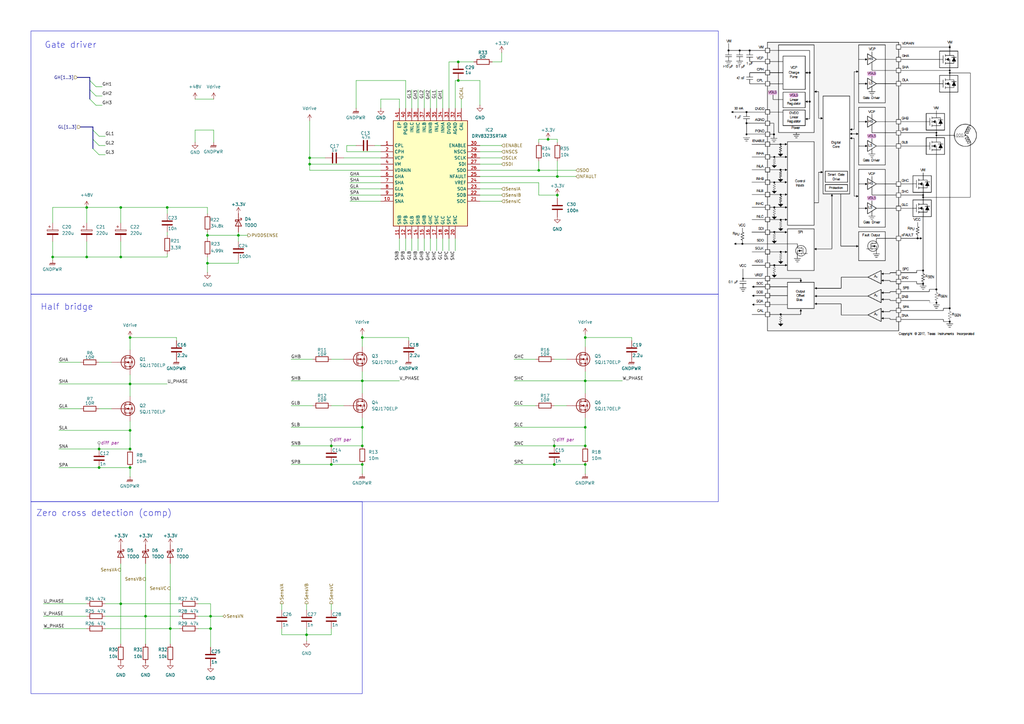
<source format=kicad_sch>
(kicad_sch (version 20250114) (generator "eeschema") (generator_version "9.0")
  (paper "A3")
  (lib_symbols
    (symbol "DRV8323SRTAR:DRV8323SRTAR"
      (property "Reference" "IC" (at 36.83 15.24 0))
      (property "Value" "DRV8323SRTAR" (at 36.83 12.7 0))
      (symbol "DRV8323SRTAR_1_1"
        (rectangle (start 5.08 10.16) (end 35.56 -33.02) (stroke (width 0.254)) (fill (type background)))
        (pin power_in line (at 0 0 0) (length 5.08) (name "CPL") (number "1"))
        (pin power_in line (at 0 -2.54 0) (length 5.08) (name "CPH") (number "2"))
        (pin power_in line (at 0 -5.08 0) (length 5.08) (name "VCP") (number "3"))
        (pin power_in line (at 0 -7.62 0) (length 5.08) (name "VM") (number "4"))
        (pin input line (at 0 -10.16 0) (length 5.08) (name "VDRAIN") (number "5"))
        (pin output line (at 0 -12.7 0) (length 5.08) (name "GHA") (number "6"))
        (pin input line (at 0 -15.24 0) (length 5.08) (name "SHA") (number "7"))
        (pin output line (at 0 -17.78 0) (length 5.08) (name "GLA") (number "8"))
        (pin input line (at 0 -20.32 0) (length 5.08) (name "SPA") (number "9"))
        (pin input line (at 0 -22.86 0) (length 5.08) (name "SNA") (number "10"))
        (pin power_in line (at 7.62 15.24 270) (length 5.08) (name "EP") (number "41"))
        (pin input line (at 7.62 -38.1 90) (length 5.08) (name "SNB") (number "11"))
        (pin power_in line (at 10.16 15.24 270) (length 5.08) (name "PGND") (number "40"))
        (pin input line (at 10.16 -38.1 90) (length 5.08) (name "SPB") (number "12"))
        (pin input line (at 12.7 15.24 270) (length 5.08) (name "INLC") (number "39"))
        (pin output line (at 12.7 -38.1 90) (length 5.08) (name "GLB") (number "13"))
        (pin input line (at 15.24 15.24 270) (length 5.08) (name "INHC") (number "38"))
        (pin input line (at 15.24 -38.1 90) (length 5.08) (name "SHB") (number "14"))
        (pin input line (at 17.78 15.24 270) (length 5.08) (name "INLB") (number "37"))
        (pin output line (at 17.78 -38.1 90) (length 5.08) (name "GHB") (number "15"))
        (pin input line (at 20.32 15.24 270) (length 5.08) (name "INHB") (number "36"))
        (pin output line (at 20.32 -38.1 90) (length 5.08) (name "GHC") (number "16"))
        (pin input line (at 22.86 15.24 270) (length 5.08) (name "INLA") (number "35"))
        (pin input line (at 22.86 -38.1 90) (length 5.08) (name "SHC") (number "17"))
        (pin input line (at 25.4 15.24 270) (length 5.08) (name "INHA") (number "34"))
        (pin output line (at 25.4 -38.1 90) (length 5.08) (name "GLC") (number "18"))
        (pin power_in line (at 27.94 15.24 270) (length 5.08) (name "DVDD") (number "33"))
        (pin input line (at 27.94 -38.1 90) (length 5.08) (name "SPC") (number "19"))
        (pin power_in line (at 30.48 15.24 270) (length 5.08) (name "AGND") (number "32"))
        (pin input line (at 30.48 -38.1 90) (length 5.08) (name "SNC") (number "20"))
        (pin input line (at 33.02 15.24 270) (length 5.08) (name "CAL") (number "31"))
        (pin input line (at 40.64 0 180) (length 5.08) (name "ENABLE") (number "30"))
        (pin input line (at 40.64 -2.54 180) (length 5.08) (name "NSCS") (number "29"))
        (pin input line (at 40.64 -5.08 180) (length 5.08) (name "SCLK") (number "28"))
        (pin input line (at 40.64 -7.62 180) (length 5.08) (name "SDI") (number "27"))
        (pin passive line (at 40.64 -10.16 180) (length 5.08) (name "SDO") (number "26"))
        (pin passive line (at 40.64 -12.7 180) (length 5.08) (name "NFAULT") (number "25"))
        (pin power_in line (at 40.64 -15.24 180) (length 5.08) (name "VREF") (number "24"))
        (pin output line (at 40.64 -17.78 180) (length 5.08) (name "SOA") (number "23"))
        (pin output line (at 40.64 -20.32 180) (length 5.08) (name "SOB") (number "22"))
        (pin output line (at 40.64 -22.86 180) (length 5.08) (name "SOC") (number "21"))
      )
    )
    (symbol "Device:C" (pin_numbers (hide yes)) (pin_names (offset 0.254))
      (property "Reference" "C" (at 0.635 2.54 0))
      (property "Value" "C" (at 0.635 -2.54 0))
      (symbol "C_0_1"
        (polyline (pts (xy -2.032 0.762) (xy 2.032 0.762)) (stroke (width 0.508)))
        (polyline (pts (xy -2.032 -0.762) (xy 2.032 -0.762)) (stroke (width 0.508)))
      )
      (symbol "C_1_1"
        (pin passive line (at 0 3.81 270) (length 2.794) (name "~") (number "1"))
        (pin passive line (at 0 -3.81 90) (length 2.794) (name "~") (number "2"))
      )
    )
    (symbol "Device:C_Polarized" (pin_numbers (hide yes)) (pin_names (offset 0.254))
      (property "Reference" "C" (at 0.635 2.54 0))
      (property "Value" "C_Polarized" (at 0.635 -2.54 0))
      (symbol "C_Polarized_0_1"
        (rectangle (start -2.286 0.508) (end 2.286 1.016))
        (polyline (pts (xy -1.778 2.286) (xy -0.762 2.286)))
        (polyline (pts (xy -1.27 2.794) (xy -1.27 1.778)))
        (rectangle (start 2.286 -0.508) (end -2.286 -1.016) (fill (type outline)))
      )
      (symbol "C_Polarized_1_1"
        (pin passive line (at 0 3.81 270) (length 2.794) (name "~") (number "1"))
        (pin passive line (at 0 -3.81 90) (length 2.794) (name "~") (number "2"))
      )
    )
    (symbol "Device:D_Schottky" (pin_numbers (hide yes)) (pin_names (offset 1.016) (hide yes))
      (property "Reference" "D" (at 0 2.54 0))
      (property "Value" "D_Schottky" (at 0 -2.54 0))
      (symbol "D_Schottky_0_1"
        (polyline (pts (xy -1.905 0.635) (xy -1.905 1.27) (xy -1.27 1.27) (xy -1.27 -1.27) (xy -0.635 -1.27) (xy -0.635 -0.635)) (stroke (width 0.254)))
        (polyline (pts (xy 1.27 1.27) (xy 1.27 -1.27) (xy -1.27 0) (xy 1.27 1.27)) (stroke (width 0.254)))
        (polyline (pts (xy 1.27 0) (xy -1.27 0)))
      )
      (symbol "D_Schottky_1_1"
        (pin passive line (at -3.81 0 0) (length 2.54) (name "K") (number "1"))
        (pin passive line (at 3.81 0 180) (length 2.54) (name "A") (number "2"))
      )
    )
    (symbol "Device:R" (pin_numbers (hide yes)) (pin_names (offset 0))
      (property "Reference" "R" (at 2.032 0 90))
      (property "Value" "R" (at 0 0 90))
      (symbol "R_0_1"
        (rectangle (start -1.016 -2.54) (end 1.016 2.54) (stroke (width 0.254)))
      )
      (symbol "R_1_1"
        (pin passive line (at 0 3.81 270) (length 1.27) (name "~") (number "1"))
        (pin passive line (at 0 -3.81 90) (length 1.27) (name "~") (number "2"))
      )
    )
    (symbol "SQJ170ELP-T1_GE3:SQJ170ELP-T1_GE3"
      (property "Reference" "Q" (at 11.43 1.524 0))
      (property "Value" "SQJ170ELP" (at 20.828 -0.254 0))
      (symbol "SQJ170ELP-T1_GE3_0_1"
        (polyline (pts (xy 5.334 1.905) (xy 5.334 -1.905)) (stroke (width 0.254)))
        (polyline (pts (xy 5.334 0) (xy 2.54 0)))
        (polyline (pts (xy 5.842 2.286) (xy 5.842 1.27)) (stroke (width 0.254)))
        (polyline (pts (xy 5.842 0.508) (xy 5.842 -0.508)) (stroke (width 0.254)))
        (polyline (pts (xy 5.842 -1.27) (xy 5.842 -2.286)) (stroke (width 0.254)))
        (polyline (pts (xy 5.842 -1.778) (xy 8.382 -1.778) (xy 8.382 1.778) (xy 5.842 1.778)))
        (polyline (pts (xy 6.096 0) (xy 7.112 0.381) (xy 7.112 -0.381) (xy 6.096 0)) (fill (type outline)))
        (circle (center 6.731 0) (radius 2.794) (stroke (width 0.254)))
        (polyline (pts (xy 7.62 2.54) (xy 7.62 1.778)))
        (circle (center 7.62 1.778) (radius 0.254) (fill (type outline)))
        (circle (center 7.62 -1.778) (radius 0.254) (fill (type outline)))
        (polyline (pts (xy 7.62 -2.54) (xy 7.62 0) (xy 5.842 0)))
        (polyline (pts (xy 8.001 0.381) (xy 8.763 0.381)))
        (polyline (pts (xy 8.382 0.381) (xy 8.001 -0.254) (xy 8.763 -0.254) (xy 8.382 0.381)))
      )
      (symbol "SQJ170ELP-T1_GE3_1_1"
        (pin input line (at 0 0 0) (length 2.54) (name "") (number "4"))
        (pin passive line (at 7.62 5.08 270) (length 2.54) (name "") (number "9"))
        (pin passive line (at 7.62 -5.08 90) (length 2.54) (name "") (number "1"))
      )
    )
    (symbol "power:+3.3V" (power) (pin_numbers (hide yes)) (pin_names (offset 0) (hide yes))
      (property "Value" "+3.3V" (at 0 3.556 0))
      (symbol "+3.3V_0_1"
        (polyline (pts (xy -0.762 1.27) (xy 0 2.54)))
        (polyline (pts (xy 0 2.54) (xy 0.762 1.27)))
        (polyline (pts (xy 0 0) (xy 0 2.54)))
      )
      (symbol "+3.3V_1_1"
        (pin power_in line (at 0 0 90) (length 0) (name "~") (number "1"))
      )
    )
    (symbol "power:+48V" (power) (pin_numbers (hide yes)) (pin_names (offset 0) (hide yes))
      (property "Value" "+48V" (at 0 3.556 0))
      (symbol "+48V_0_1"
        (polyline (pts (xy -0.762 1.27) (xy 0 2.54)))
        (polyline (pts (xy 0 2.54) (xy 0.762 1.27)))
        (polyline (pts (xy 0 0) (xy 0 2.54)))
      )
      (symbol "+48V_1_1"
        (pin power_in line (at 0 0 90) (length 0) (name "~") (number "1"))
      )
    )
    (symbol "power:GND" (power) (pin_numbers (hide yes)) (pin_names (offset 0) (hide yes))
      (property "Value" "GND" (at 0 -3.81 0))
      (symbol "GND_0_1"
        (polyline (pts (xy 0 0) (xy 0 -1.27) (xy 1.27 -1.27) (xy 0 -2.54) (xy -1.27 -1.27) (xy 0 -1.27)))
      )
      (symbol "GND_1_1"
        (pin power_in line (at 0 0 270) (length 0) (name "~") (number "1"))
      )
    )
    (symbol "power:GNDPWR" (power) (pin_numbers (hide yes)) (pin_names (offset 0) (hide yes))
      (property "Value" "GNDPWR" (at 0 -3.302 0))
      (symbol "GNDPWR_0_1"
        (polyline (pts (xy -1.016 -1.27) (xy -1.27 -2.032) (xy -1.27 -2.032)) (stroke (width 0.2032)))
        (polyline (pts (xy -0.508 -1.27) (xy -0.762 -2.032) (xy -0.762 -2.032)) (stroke (width 0.2032)))
        (polyline (pts (xy 0 -1.27) (xy 0 0)))
        (polyline (pts (xy 0 -1.27) (xy -0.254 -2.032) (xy -0.254 -2.032)) (stroke (width 0.2032)))
        (polyline (pts (xy 0.508 -1.27) (xy 0.254 -2.032) (xy 0.254 -2.032)) (stroke (width 0.2032)))
        (polyline (pts (xy 1.016 -1.27) (xy -1.016 -1.27) (xy -1.016 -1.27)) (stroke (width 0.2032)))
        (polyline (pts (xy 1.016 -1.27) (xy 0.762 -2.032) (xy 0.762 -2.032) (xy 0.762 -2.032)) (stroke (width 0.2032)))
      )
      (symbol "GNDPWR_1_1"
        (pin power_in line (at 0 0 270) (length 0) (name "~") (number "1"))
      )
    )
    (symbol "power:Vdrive" (power) (pin_numbers (hide yes)) (pin_names (offset 0) (hide yes))
      (property "Value" "Vdrive" (at 0 3.556 0))
      (symbol "Vdrive_0_1"
        (polyline (pts (xy -0.762 1.27) (xy 0 2.54)))
        (polyline (pts (xy 0 2.54) (xy 0.762 1.27)))
        (polyline (pts (xy 0 0) (xy 0 2.54)))
      )
      (symbol "Vdrive_1_1"
        (pin power_in line (at 0 0 90) (length 0) (name "~") (number "1"))
      )
    )
  )
  (rectangle (start 12.7 120.65) (end 294.64 205.74))
  (rectangle (start 12.7 12.7) (end 294.64 120.65))
  (rectangle (start 12.7 205.74) (end 148.59 284.48))
  (text "Gate driver" (at 28.956 18.542 0) (effects (font (size 2.54 2.54))))
  (text "Zero cross detection (comp)" (at 42.672 210.566 0) (effects (font (size 2.54 2.54))))
  (text "Half bridge" (at 27.432 125.984 0) (effects (font (size 2.54 2.54))))
  (junction (at 97.79 96.52))
  (junction (at 35.56 105.41))
  (junction (at 68.58 85.09))
  (junction (at 228.6 80.01))
  (junction (at 220.98 69.85))
  (junction (at 86.36 252.73))
  (junction (at 85.09 96.52))
  (junction (at 86.36 257.81))
  (junction (at 85.09 107.95))
  (junction (at 148.59 156.21))
  (junction (at 21.59 105.41))
  (junction (at 35.56 85.09))
  (junction (at 53.34 184.15))
  (junction (at 125.73 260.35))
  (junction (at 127 67.31))
  (junction (at 187.96 25.4))
  (junction (at 187.96 33.02))
  (junction (at 240.03 138.43))
  (junction (at 240.03 156.21))
  (junction (at 59.69 252.73))
  (junction (at 148.59 138.43))
  (junction (at 49.53 247.65))
  (junction (at 135.89 190.5))
  (junction (at 227.33 190.5))
  (junction (at 49.53 105.41))
  (junction (at 53.34 176.53))
  (junction (at 148.59 182.88))
  (junction (at 53.34 157.48))
  (junction (at 49.53 85.09))
  (junction (at 53.34 138.43))
  (junction (at 227.33 182.88))
  (junction (at 69.85 257.81))
  (junction (at 240.03 182.88))
  (junction (at 148.59 190.5))
  (junction (at 224.79 57.15))
  (junction (at 240.03 190.5))
  (junction (at 228.6 72.39))
  (junction (at 40.64 184.15))
  (junction (at 53.34 191.77))
  (junction (at 148.59 175.26))
  (junction (at 135.89 182.88))
  (junction (at 40.64 191.77))
  (junction (at 240.03 175.26))
  (junction (at 127 64.77))
  (bus_entry (at 38.1 60.96) (size 2.54 2.54))
  (bus_entry (at 38.1 53.34) (size 2.54 2.54))
  (bus_entry (at 36.83 36.83) (size 2.54 2.54))
  (bus_entry (at 38.1 57.15) (size 2.54 2.54))
  (bus_entry (at 36.83 40.64) (size 2.54 2.54))
  (bus_entry (at 36.83 33.02) (size 2.54 2.54))
  (wire (pts (xy 127 64.77) (xy 133.35 64.77)))
  (wire (pts (xy 21.59 99.06) (xy 21.59 105.41)))
  (wire (pts (xy 259.08 138.43) (xy 259.08 139.7)))
  (wire (pts (xy 205.74 21.59) (xy 205.74 25.4)))
  (wire (pts (xy 40.64 55.88) (xy 43.18 55.88)))
  (wire (pts (xy 240.03 138.43) (xy 240.03 142.24)))
  (wire (pts (xy 220.98 57.15) (xy 220.98 58.42)))
  (wire (pts (xy 43.18 252.73) (xy 59.69 252.73)))
  (wire (pts (xy 227.33 190.5) (xy 240.03 190.5)))
  (bus (pts (xy 38.1 57.15) (xy 38.1 60.96)))
  (wire (pts (xy 115.57 247.65) (xy 115.57 250.19)))
  (wire (pts (xy 24.13 148.59) (xy 33.02 148.59)))
  (wire (pts (xy 143.51 74.93) (xy 156.21 74.93)))
  (wire (pts (xy 40.64 59.69) (xy 43.18 59.69)))
  (wire (pts (xy 97.79 106.68) (xy 97.79 107.95)))
  (wire (pts (xy 156.21 40.64) (xy 163.83 40.64)))
  (wire (pts (xy 17.78 257.81) (xy 35.56 257.81)))
  (wire (pts (xy 53.34 191.77) (xy 53.34 195.58)))
  (wire (pts (xy 184.15 25.4) (xy 187.96 25.4)))
  (wire (pts (xy 39.37 43.18) (xy 41.91 43.18)))
  (wire (pts (xy 227.33 182.88) (xy 240.03 182.88)))
  (wire (pts (xy 171.45 36.83) (xy 171.45 44.45)))
  (wire (pts (xy 227.33 147.32) (xy 232.41 147.32)))
  (wire (pts (xy 69.85 231.14) (xy 69.85 257.81)))
  (wire (pts (xy 186.69 33.02) (xy 187.96 33.02)))
  (wire (pts (xy 127 69.85) (xy 127 67.31)))
  (wire (pts (xy 49.53 105.41) (xy 68.58 105.41)))
  (wire (pts (xy 210.82 182.88) (xy 227.33 182.88)))
  (wire (pts (xy 148.59 175.26) (xy 148.59 182.88)))
  (wire (pts (xy 69.85 257.81) (xy 69.85 264.16)))
  (wire (pts (xy 135.89 166.37) (xy 140.97 166.37)))
  (wire (pts (xy 21.59 91.44) (xy 21.59 85.09)))
  (wire (pts (xy 17.78 252.73) (xy 35.56 252.73)))
  (wire (pts (xy 97.79 96.52) (xy 97.79 99.06)))
  (wire (pts (xy 156.21 59.69) (xy 153.67 59.69)))
  (wire (pts (xy 186.69 97.79) (xy 186.69 102.87)))
  (wire (pts (xy 166.37 97.79) (xy 166.37 102.87)))
  (wire (pts (xy 53.34 153.67) (xy 53.34 157.48)))
  (wire (pts (xy 87.63 53.34) (xy 80.01 53.34)))
  (wire (pts (xy 49.53 247.65) (xy 49.53 264.16)))
  (wire (pts (xy 53.34 138.43) (xy 72.39 138.43)))
  (wire (pts (xy 85.09 87.63) (xy 85.09 85.09)))
  (wire (pts (xy 125.73 262.89) (xy 125.73 260.35)))
  (wire (pts (xy 24.13 157.48) (xy 53.34 157.48)))
  (wire (pts (xy 85.09 107.95) (xy 85.09 111.76)))
  (wire (pts (xy 24.13 176.53) (xy 53.34 176.53)))
  (wire (pts (xy 196.85 43.18) (xy 196.85 33.02)))
  (wire (pts (xy 196.85 72.39) (xy 228.6 72.39)))
  (wire (pts (xy 35.56 99.06) (xy 35.56 105.41)))
  (bus (pts (xy 38.1 52.07) (xy 38.1 53.34)))
  (wire (pts (xy 240.03 175.26) (xy 240.03 182.88)))
  (bus (pts (xy 36.83 31.75) (xy 36.83 33.02)))
  (wire (pts (xy 85.09 95.25) (xy 85.09 96.52)))
  (wire (pts (xy 148.59 137.16) (xy 148.59 138.43)))
  (wire (pts (xy 68.58 85.09) (xy 68.58 87.63)))
  (wire (pts (xy 210.82 190.5) (xy 227.33 190.5)))
  (wire (pts (xy 210.82 175.26) (xy 240.03 175.26)))
  (wire (pts (xy 125.73 247.65) (xy 125.73 250.19)))
  (bus (pts (xy 38.1 53.34) (xy 38.1 57.15)))
  (wire (pts (xy 142.24 59.69) (xy 142.24 62.23)))
  (wire (pts (xy 125.73 257.81) (xy 125.73 260.35)))
  (wire (pts (xy 143.51 80.01) (xy 156.21 80.01)))
  (wire (pts (xy 127 64.77) (xy 127 49.53)))
  (wire (pts (xy 187.96 25.4) (xy 194.31 25.4)))
  (wire (pts (xy 143.51 72.39) (xy 156.21 72.39)))
  (wire (pts (xy 146.05 33.02) (xy 166.37 33.02)))
  (wire (pts (xy 39.37 35.56) (xy 41.91 35.56)))
  (wire (pts (xy 125.73 260.35) (xy 115.57 260.35)))
  (wire (pts (xy 97.79 95.25) (xy 97.79 96.52)))
  (wire (pts (xy 240.03 156.21) (xy 240.03 161.29)))
  (wire (pts (xy 210.82 147.32) (xy 219.71 147.32)))
  (wire (pts (xy 53.34 157.48) (xy 53.34 162.56)))
  (wire (pts (xy 21.59 105.41) (xy 35.56 105.41)))
  (bus (pts (xy 36.83 36.83) (xy 36.83 40.64)))
  (wire (pts (xy 85.09 105.41) (xy 85.09 107.95)))
  (wire (pts (xy 220.98 74.93) (xy 220.98 80.01)))
  (wire (pts (xy 119.38 156.21) (xy 148.59 156.21)))
  (wire (pts (xy 49.53 247.65) (xy 73.66 247.65)))
  (bus (pts (xy 31.75 31.75) (xy 36.83 31.75)))
  (wire (pts (xy 135.89 257.81) (xy 135.89 260.35)))
  (wire (pts (xy 166.37 33.02) (xy 166.37 44.45)))
  (wire (pts (xy 167.64 138.43) (xy 167.64 139.7)))
  (wire (pts (xy 148.59 152.4) (xy 148.59 156.21)))
  (wire (pts (xy 135.89 260.35) (xy 125.73 260.35)))
  (wire (pts (xy 53.34 172.72) (xy 53.34 176.53)))
  (wire (pts (xy 35.56 105.41) (xy 49.53 105.41)))
  (wire (pts (xy 186.69 33.02) (xy 186.69 44.45)))
  (wire (pts (xy 87.63 58.42) (xy 87.63 53.34)))
  (wire (pts (xy 181.61 36.83) (xy 181.61 44.45)))
  (wire (pts (xy 49.53 91.44) (xy 49.53 85.09)))
  (wire (pts (xy 135.89 182.88) (xy 148.59 182.88)))
  (wire (pts (xy 127 67.31) (xy 127 64.77)))
  (wire (pts (xy 179.07 36.83) (xy 179.07 44.45)))
  (wire (pts (xy 39.37 39.37) (xy 41.91 39.37)))
  (wire (pts (xy 53.34 138.43) (xy 53.34 143.51)))
  (wire (pts (xy 59.69 252.73) (xy 73.66 252.73)))
  (wire (pts (xy 40.64 148.59) (xy 45.72 148.59)))
  (wire (pts (xy 43.18 257.81) (xy 69.85 257.81)))
  (wire (pts (xy 140.97 64.77) (xy 156.21 64.77)))
  (wire (pts (xy 35.56 85.09) (xy 49.53 85.09)))
  (wire (pts (xy 59.69 252.73) (xy 59.69 264.16)))
  (wire (pts (xy 220.98 69.85) (xy 236.22 69.85)))
  (wire (pts (xy 119.38 147.32) (xy 128.27 147.32)))
  (wire (pts (xy 176.53 36.83) (xy 176.53 44.45)))
  (wire (pts (xy 179.07 97.79) (xy 179.07 102.87)))
  (wire (pts (xy 40.64 184.15) (xy 53.34 184.15)))
  (wire (pts (xy 240.03 171.45) (xy 240.03 175.26)))
  (wire (pts (xy 205.74 25.4) (xy 201.93 25.4)))
  (wire (pts (xy 148.59 171.45) (xy 148.59 175.26)))
  (wire (pts (xy 228.6 57.15) (xy 228.6 58.42)))
  (wire (pts (xy 127 67.31) (xy 156.21 67.31)))
  (wire (pts (xy 101.6 96.52) (xy 97.79 96.52)))
  (wire (pts (xy 163.83 97.79) (xy 163.83 102.87)))
  (wire (pts (xy 228.6 66.04) (xy 228.6 72.39)))
  (wire (pts (xy 146.05 59.69) (xy 142.24 59.69)))
  (wire (pts (xy 181.61 97.79) (xy 181.61 102.87)))
  (wire (pts (xy 148.59 138.43) (xy 148.59 142.24)))
  (wire (pts (xy 156.21 44.45) (xy 156.21 40.64)))
  (wire (pts (xy 53.34 176.53) (xy 53.34 184.15)))
  (wire (pts (xy 163.83 40.64) (xy 163.83 44.45)))
  (wire (pts (xy 196.85 77.47) (xy 205.74 77.47)))
  (wire (pts (xy 24.13 184.15) (xy 40.64 184.15)))
  (wire (pts (xy 72.39 138.43) (xy 72.39 139.7)))
  (wire (pts (xy 135.89 247.65) (xy 135.89 250.19)))
  (wire (pts (xy 68.58 95.25) (xy 68.58 96.52)))
  (wire (pts (xy 69.85 257.81) (xy 73.66 257.81)))
  (wire (pts (xy 49.53 85.09) (xy 68.58 85.09)))
  (wire (pts (xy 142.24 62.23) (xy 156.21 62.23)))
  (wire (pts (xy 86.36 252.73) (xy 86.36 257.81)))
  (wire (pts (xy 184.15 97.79) (xy 184.15 102.87)))
  (wire (pts (xy 85.09 96.52) (xy 85.09 97.79)))
  (wire (pts (xy 91.44 252.73) (xy 86.36 252.73)))
  (wire (pts (xy 228.6 72.39) (xy 236.22 72.39)))
  (wire (pts (xy 81.28 252.73) (xy 86.36 252.73)))
  (wire (pts (xy 49.53 105.41) (xy 49.53 99.06)))
  (wire (pts (xy 21.59 85.09) (xy 35.56 85.09)))
  (wire (pts (xy 173.99 36.83) (xy 173.99 44.45)))
  (wire (pts (xy 148.59 190.5) (xy 148.59 194.31)))
  (wire (pts (xy 156.21 69.85) (xy 127 69.85)))
  (wire (pts (xy 240.03 156.21) (xy 255.27 156.21)))
  (wire (pts (xy 196.85 64.77) (xy 205.74 64.77)))
  (wire (pts (xy 119.38 190.5) (xy 135.89 190.5)))
  (wire (pts (xy 135.89 147.32) (xy 140.97 147.32)))
  (wire (pts (xy 24.13 191.77) (xy 40.64 191.77)))
  (wire (pts (xy 35.56 85.09) (xy 35.56 91.44)))
  (wire (pts (xy 85.09 96.52) (xy 97.79 96.52)))
  (wire (pts (xy 40.64 63.5) (xy 43.18 63.5)))
  (wire (pts (xy 24.13 167.64) (xy 33.02 167.64)))
  (wire (pts (xy 86.36 257.81) (xy 86.36 265.43)))
  (wire (pts (xy 40.64 167.64) (xy 45.72 167.64)))
  (wire (pts (xy 220.98 66.04) (xy 220.98 69.85)))
  (wire (pts (xy 227.33 166.37) (xy 232.41 166.37)))
  (wire (pts (xy 119.38 175.26) (xy 148.59 175.26)))
  (wire (pts (xy 143.51 77.47) (xy 156.21 77.47)))
  (wire (pts (xy 49.53 231.14) (xy 49.53 247.65)))
  (wire (pts (xy 168.91 97.79) (xy 168.91 102.87)))
  (wire (pts (xy 85.09 85.09) (xy 68.58 85.09)))
  (wire (pts (xy 228.6 80.01) (xy 228.6 81.28)))
  (wire (pts (xy 240.03 152.4) (xy 240.03 156.21)))
  (wire (pts (xy 168.91 36.83) (xy 168.91 44.45)))
  (wire (pts (xy 135.89 190.5) (xy 148.59 190.5)))
  (wire (pts (xy 115.57 260.35) (xy 115.57 257.81)))
  (wire (pts (xy 148.59 138.43) (xy 167.64 138.43)))
  (wire (pts (xy 196.85 67.31) (xy 205.74 67.31)))
  (wire (pts (xy 228.6 57.15) (xy 224.79 57.15)))
  (wire (pts (xy 205.74 82.55) (xy 196.85 82.55)))
  (wire (pts (xy 86.36 247.65) (xy 86.36 252.73)))
  (bus (pts (xy 36.83 33.02) (xy 36.83 36.83)))
  (wire (pts (xy 171.45 97.79) (xy 171.45 102.87)))
  (wire (pts (xy 240.03 138.43) (xy 259.08 138.43)))
  (wire (pts (xy 21.59 106.68) (xy 21.59 105.41)))
  (wire (pts (xy 81.28 247.65) (xy 86.36 247.65)))
  (wire (pts (xy 40.64 191.77) (xy 53.34 191.77)))
  (wire (pts (xy 196.85 59.69) (xy 205.74 59.69)))
  (wire (pts (xy 220.98 80.01) (xy 228.6 80.01)))
  (wire (pts (xy 85.09 107.95) (xy 97.79 107.95)))
  (wire (pts (xy 119.38 166.37) (xy 128.27 166.37)))
  (wire (pts (xy 173.99 97.79) (xy 173.99 102.87)))
  (wire (pts (xy 17.78 247.65) (xy 35.56 247.65)))
  (wire (pts (xy 184.15 44.45) (xy 184.15 25.4)))
  (wire (pts (xy 224.79 57.15) (xy 220.98 57.15)))
  (wire (pts (xy 119.38 182.88) (xy 135.89 182.88)))
  (wire (pts (xy 240.03 137.16) (xy 240.03 138.43)))
  (wire (pts (xy 176.53 97.79) (xy 176.53 102.87)))
  (wire (pts (xy 196.85 69.85) (xy 220.98 69.85)))
  (wire (pts (xy 68.58 104.14) (xy 68.58 105.41)))
  (wire (pts (xy 86.36 257.81) (xy 81.28 257.81)))
  (wire (pts (xy 240.03 190.5) (xy 240.03 194.31)))
  (wire (pts (xy 80.01 58.42) (xy 80.01 53.34)))
  (wire (pts (xy 196.85 80.01) (xy 205.74 80.01)))
  (wire (pts (xy 189.23 40.64) (xy 189.23 44.45)))
  (wire (pts (xy 187.96 33.02) (xy 196.85 33.02)))
  (wire (pts (xy 59.69 231.14) (xy 59.69 252.73)))
  (wire (pts (xy 210.82 166.37) (xy 219.71 166.37)))
  (wire (pts (xy 80.01 40.64) (xy 87.63 40.64)))
  (wire (pts (xy 148.59 156.21) (xy 148.59 161.29)))
  (wire (pts (xy 43.18 247.65) (xy 49.53 247.65)))
  (wire (pts (xy 148.59 156.21) (xy 163.83 156.21)))
  (wire (pts (xy 210.82 156.21) (xy 240.03 156.21)))
  (wire (pts (xy 196.85 62.23) (xy 205.74 62.23)))
  (wire (pts (xy 53.34 157.48) (xy 68.58 157.48)))
  (wire (pts (xy 196.85 74.93) (xy 220.98 74.93)))
  (bus (pts (xy 33.02 52.07) (xy 38.1 52.07)))
  (wire (pts (xy 146.05 44.45) (xy 146.05 33.02)))
  (wire (pts (xy 143.51 82.55) (xy 156.21 82.55)))
  (image (at 350.52 76.2) (scale 0.57387))
  (label "SHC" (at 179.07 102.87 270))
  (label "SPA" (at 143.51 80.01 0))
  (label "GLB" (at 119.38 166.37 0))
  (label "GH1" (at 181.61 36.83 270))
  (label "GL1" (at 179.07 36.83 270))
  (label "SNC" (at 210.82 182.88 0))
  (label "GLB" (at 168.91 102.87 270))
  (label "SPB" (at 119.38 190.5 0))
  (label "SLA" (at 24.13 176.53 0))
  (label "V_PHASE" (at 17.78 252.73 0))
  (label "U_PHASE" (at 68.58 157.48 0))
  (label "GL1" (at 43.18 55.88 0))
  (label "SHB" (at 119.38 156.21 0))
  (label "SNA" (at 24.13 184.15 0))
  (label "SHA" (at 143.51 74.93 0))
  (label "GHC" (at 210.82 147.32 0))
  (label "W_PHASE" (at 17.78 257.81 0))
  (label "SPC" (at 210.82 190.5 0))
  (label "GLC" (at 210.82 166.37 0))
  (label "SNC" (at 186.69 102.87 270))
  (label "GLA" (at 24.13 167.64 0))
  (label "SNA" (at 143.51 82.55 0))
  (label "GHA" (at 24.13 148.59 0))
  (label "SPA" (at 24.13 191.77 0))
  (label "W_PHASE" (at 255.27 156.21 0))
  (label "V_PHASE" (at 163.83 156.21 0))
  (label "SLB" (at 119.38 175.26 0))
  (label "GHB" (at 173.99 102.87 270))
  (label "GH3" (at 41.91 43.18 0))
  (label "GHB" (at 119.38 147.32 0))
  (label "GL2" (at 173.99 36.83 270))
  (label "SHB" (at 171.45 102.87 270))
  (label "GH1" (at 41.91 35.56 0))
  (label "GH2" (at 176.53 36.83 270))
  (label "GL3" (at 43.18 63.5 0))
  (label "U_PHASE" (at 17.78 247.65 0))
  (label "GLC" (at 181.61 102.87 270))
  (label "GH3" (at 171.45 36.83 270))
  (label "SNB" (at 163.83 102.87 270))
  (label "SLC" (at 210.82 175.26 0))
  (label "GLA" (at 143.51 77.47 0))
  (label "SPC" (at 184.15 102.87 270))
  (label "GL2" (at 43.18 59.69 0))
  (label "SHC" (at 210.82 156.21 0))
  (label "SNB" (at 119.38 182.88 0))
  (label "GL3" (at 168.91 36.83 270))
  (label "GHA" (at 143.51 72.39 0))
  (label "SHA" (at 24.13 157.48 0))
  (label "SPB" (at 166.37 102.87 270))
  (label "GH2" (at 41.91 39.37 0))
  (label "GHC" (at 176.53 102.87 270))
  (hierarchical_label "SensIA" (shape input) (at 205.74 77.47 0))
  (hierarchical_label "SensVB" (shape output) (at 59.69 237.49 180))
  (hierarchical_label "SCLK" (shape input) (at 205.74 64.77 0))
  (hierarchical_label "NFAULT" (shape input) (at 236.22 72.39 0))
  (hierarchical_label "SensVC" (shape output) (at 69.85 241.3 180))
  (hierarchical_label "SensVA" (shape output) (at 115.57 247.65 90))
  (hierarchical_label "GH[1..3]" (shape input) (at 31.75 31.75 180))
  (hierarchical_label "ENABLE" (shape input) (at 205.74 59.69 0))
  (hierarchical_label "GL[1..3]" (shape input) (at 33.02 52.07 180))
  (hierarchical_label "SensVC" (shape output) (at 135.89 247.65 90))
  (hierarchical_label "SensIC" (shape input) (at 205.74 82.55 0))
  (hierarchical_label "PVDDSENSE" (shape output) (at 101.6 96.52 0))
  (hierarchical_label "CAL" (shape input) (at 189.23 40.64 90))
  (hierarchical_label "SensVA" (shape output) (at 49.53 233.68 180))
  (hierarchical_label "SensIB" (shape input) (at 205.74 80.01 0))
  (hierarchical_label "NSCS" (shape input) (at 205.74 62.23 0))
  (hierarchical_label "SDO" (shape input) (at 236.22 69.85 0))
  (hierarchical_label "SensVN" (shape bidirectional) (at 91.44 252.73 0))
  (hierarchical_label "SDI" (shape input) (at 205.74 67.31 0))
  (hierarchical_label "SensVB" (shape output) (at 125.73 247.65 90))
  (netclass_flag "" (length 2.54) (shape round) (at 40.64 184.15 0) (property "Component Class" "diff par" (at 41.3385 181.61 0) (effects (font (italic yes)) (justify left))))
  (netclass_flag "" (length 2.54) (shape round) (at 227.33 182.88 0) (property "Component Class" "diff par" (at 228.0285 180.34 0) (effects (font (italic yes)) (justify left))))
  (netclass_flag "" (length 2.54) (shape round) (at 135.89 182.88 0) (property "Component Class" "diff par" (at 136.5885 180.34 0) (effects (font (italic yes)) (justify left))))
  (symbol (lib_id "power:+3.3V") (at 69.85 223.52 0) (unit 1)
    (property "Reference" "#PWR041" (effects (hide yes)))
    (property "Value" "+3.3V" (at 69.85 219.71 0))
    (property "Description" "Power symbol creates a global label with name \"+3.3V\"" (effects (hide yes)))
  )
  (symbol (lib_id "Device:R") (at 220.98 62.23 0) (unit 1)
    (property "Reference" "R34" (at 221.996 60.96 0) (effects (justify left)))
    (property "Value" "10k" (at 222.25 63.5 0) (effects (justify left)))
    (property "Description" "Resistor" (effects (hide yes)))
  )
  (symbol (lib_id "Device:C") (at 259.08 143.51 0) (unit 1)
    (property "Reference" "C19" (at 259.334 141.478 0) (effects (justify left)))
    (property "Value" "2.2u" (at 259.334 145.796 0) (effects (justify left)))
    (property "Description" "Unpolarized capacitor" (effects (hide yes)))
  )
  (symbol (lib_id "Device:C") (at 187.96 29.21 0) (unit 1)
    (property "Reference" "C29" (at 190.754 27.686 0) (effects (justify left)))
    (property "Value" "1u" (at 190.754 29.718 0) (effects (justify left)))
    (property "Description" "Unpolarized capacitor" (effects (hide yes)))
  )
  (symbol (lib_id "Device:R") (at 240.03 186.69 0) (unit 1)
    (property "Reference" "R18" (at 242.57 185.4199 0) (effects (justify left)))
    (property "Value" "10m" (at 242.57 187.9599 0) (effects (justify left)))
    (property "Description" "Resistor" (effects (hide yes)))
  )
  (symbol (lib_id "Device:R") (at 228.6 62.23 0) (unit 1)
    (property "Reference" "R35" (at 229.616 60.96 0) (effects (justify left)))
    (property "Value" "10k" (at 229.87 63.5 0) (effects (justify left)))
    (property "Description" "Resistor" (effects (hide yes)))
  )
  (symbol (lib_id "Device:C") (at 40.64 187.96 0) (unit 1)
    (property "Reference" "C12" (at 40.894 185.928 0) (effects (justify left)))
    (property "Value" "1n" (at 40.894 190.246 0) (effects (justify left)))
    (property "Description" "Unpolarized capacitor" (effects (hide yes)))
  )
  (symbol (lib_id "Device:C") (at 149.86 59.69 90) (unit 1)
    (property "Reference" "C13" (at 149.86 54.61 90))
    (property "Value" "47n" (at 150.114 56.388 90))
    (property "Description" "Unpolarized capacitor" (effects (hide yes)))
  )
  (symbol (lib_id "DRV8323SRTAR:DRV8323SRTAR") (at 156.21 59.69 0) (unit 1)
    (property "Reference" "IC2" (at 200.66 53.2698 0))
    (property "Value" "DRV8323SRTAR" (at 200.66 55.8098 0))
    (property "Footprint" "QFN50P600X600X80-41N-D" (effects (hide yes)))
    (property "Datasheet" "http://www.ti.com/lit/ds/symlink/drv8323.pdf" (effects (hide yes)))
    (property "Description" "Gate Drivers 60V Three-Phase Smart Gate Driver With Three Current Shunt Amplifiers 40-WQFN -40 to 125" (effects (hide yes)))
    (property "Height" "0.8" (effects (hide yes)))
    (property "Mouser Part Number" "595-DRV8323SRTAR" (effects (hide yes)))
    (property "Mouser Price/Stock" "https://www.mouser.co.uk/ProductDetail/Texas-Instruments/DRV8323SRTAR?qs=u4fy%2FsgLU9P2gpPTX6mffg%3D%3D" (effects (hide yes)))
    (property "Manufacturer_Name" "Texas Instruments" (effects (hide yes)))
    (property "Manufacturer_Part_Number" "DRV8323SRTAR" (effects (hide yes)))
  )
  (symbol (lib_id "Device:R") (at 77.47 247.65 90) (unit 1)
    (property "Reference" "R27" (at 74.93 245.618 90))
    (property "Value" "47k" (at 79.756 245.618 90))
    (property "Description" "Resistor" (effects (hide yes)))
  )
  (symbol (lib_id "Device:R") (at 69.85 267.97 180) (unit 1)
    (property "Reference" "R32" (at 66.802 266.446 0))
    (property "Value" "10k" (at 66.802 269.24 0))
    (property "Description" "Resistor" (effects (hide yes)))
  )
  (symbol (lib_id "power:GND") (at 85.09 111.76 0) (unit 1)
    (property "Reference" "#PWR034" (effects (hide yes)))
    (property "Value" "GND" (at 85.09 116.84 0))
    (property "Description" "Power symbol creates a global label with name \"GND\" , ground" (effects (hide yes)))
  )
  (symbol (lib_id "power:+3.3V") (at 224.79 57.15 0) (unit 1)
    (property "Reference" "#PWR046" (effects (hide yes)))
    (property "Value" "+3.3V" (at 224.79 53.34 0))
    (property "Description" "Power symbol creates a global label with name \"+3.3V\"" (effects (hide yes)))
  )
  (symbol (lib_id "power:Vdrive") (at 87.63 40.64 0) (unit 1)
    (property "Reference" "#PWR045" (effects (hide yes)))
    (property "Value" "Vdrive" (at 87.63 35.56 0))
    (property "Description" "Power symbol creates a global label with name \"Vdrive\"" (effects (hide yes)))
  )
  (symbol (lib_id "power:Vdrive") (at 127 49.53 0) (unit 1)
    (property "Reference" "#PWR020" (effects (hide yes)))
    (property "Value" "Vdrive" (at 127 44.45 0))
    (property "Description" "Power symbol creates a global label with name \"Vdrive\"" (effects (hide yes)))
  )
  (symbol (lib_id "power:GNDPWR") (at 240.03 194.31 0) (unit 1)
    (property "Reference" "#PWR027" (effects (hide yes)))
    (property "Value" "GNDPWR" (at 239.903 198.12 0))
    (property "Description" "Power symbol creates a global label with name \"GNDPWR\" , global ground" (effects (hide yes)))
  )
  (symbol (lib_id "Device:C_Polarized") (at 21.59 95.25 0) (unit 1)
    (property "Reference" "C20" (at 25.4 93.0909 0) (effects (justify left)))
    (property "Value" "220u" (at 25.4 95.6309 0) (effects (justify left)))
    (property "Description" "Polarized capacitor" (effects (hide yes)))
  )
  (symbol (lib_id "power:+3.3V") (at 97.79 87.63 0) (unit 1)
    (property "Reference" "#PWR035" (effects (hide yes)))
    (property "Value" "+3.3V" (at 97.79 83.82 0))
    (property "Description" "Power symbol creates a global label with name \"+3.3V\"" (effects (hide yes)))
  )
  (symbol (lib_id "power:GNDPWR") (at 87.63 58.42 0) (unit 1)
    (property "Reference" "#PWR018" (effects (hide yes)))
    (property "Value" "GNDPWR" (at 87.503 62.23 0))
    (property "Description" "Power symbol creates a global label with name \"GNDPWR\" , global ground" (effects (hide yes)))
  )
  (symbol (lib_id "power:GND") (at 125.73 262.89 0) (unit 1)
    (property "Reference" "#PWR043" (effects (hide yes)))
    (property "Value" "GND" (at 125.73 267.97 0))
    (property "Description" "Power symbol creates a global label with name \"GND\" , ground" (effects (hide yes)))
  )
  (symbol (lib_id "SQJ170ELP-T1_GE3:SQJ170ELP-T1_GE3") (at 232.41 166.37 0) (unit 1)
    (property "Reference" "Q6" (at 243.84 165.0999 0) (effects (justify left)))
    (property "Value" "SQJ170ELP" (at 243.84 167.6399 0) (effects (justify left)))
    (property "Footprint" "SQJ160EPT1_GE3" (effects (hide yes)))
    (property "Datasheet" "https://www.vishay.com/docs/63124/sqj170elp.pdf" (effects (hide yes)))
    (property "Description" "MOSFET N-CHANNEL 60-V (D-S) 175C MOSFET" (effects (hide yes)))
    (property "Height" "1.1" (effects (hide yes)))
    (property "Mouser Part Number" "78-SQJ170ELP-T1_GE3" (effects (hide yes)))
    (property "Mouser Price/Stock" "https://www.mouser.co.uk/ProductDetail/Vishay-Semiconductors/SQJ170ELP-T1_GE3?qs=MyNHzdoqoQKx0TNbtBmHoQ%3D%3D" (effects (hide yes)))
    (property "Manufacturer_Name" "Vishay" (effects (hide yes)))
    (property "Manufacturer_Part_Number" "SQJ170ELP-T1_GE3" (effects (hide yes)))
  )
  (symbol (lib_id "Device:C") (at 135.89 186.69 0) (unit 1)
    (property "Reference" "C14" (at 136.144 184.658 0) (effects (justify left)))
    (property "Value" "1n" (at 136.144 188.976 0) (effects (justify left)))
    (property "Description" "Unpolarized capacitor" (effects (hide yes)))
  )
  (symbol (lib_id "power:GND") (at 80.01 58.42 0) (unit 1)
    (property "Reference" "#PWR05" (effects (hide yes)))
    (property "Value" "GND" (at 80.01 62.484 0))
    (property "Description" "Power symbol creates a global label with name \"GND\" , ground" (effects (hide yes)))
  )
  (symbol (lib_id "Device:C") (at 125.73 254 0) (unit 1)
    (property "Reference" "C27" (at 125.984 251.968 0) (effects (justify left)))
    (property "Value" "1n" (at 125.984 256.286 0) (effects (justify left)))
    (property "Description" "Unpolarized capacitor" (effects (hide yes)))
  )
  (symbol (lib_id "Device:C") (at 86.36 269.24 0) (unit 1)
    (property "Reference" "C25" (at 86.614 267.208 0) (effects (justify left)))
    (property "Value" "1n" (at 86.614 271.526 0) (effects (justify left)))
    (property "Description" "Unpolarized capacitor" (effects (hide yes)))
  )
  (symbol (lib_id "Device:C") (at 68.58 91.44 0) (unit 1)
    (property "Reference" "C23" (at 68.834 89.408 0) (effects (justify left)))
    (property "Value" "10n" (at 68.834 93.726 0) (effects (justify left)))
    (property "Description" "Unpolarized capacitor" (effects (hide yes)))
  )
  (symbol (lib_id "Device:C") (at 167.64 143.51 0) (unit 1)
    (property "Reference" "C18" (at 167.894 141.478 0) (effects (justify left)))
    (property "Value" "2.2u" (at 167.894 145.796 0) (effects (justify left)))
    (property "Description" "Unpolarized capacitor" (effects (hide yes)))
  )
  (symbol (lib_id "Device:R") (at 68.58 100.33 0) (unit 1)
    (property "Reference" "R21" (at 69.85 98.806 0) (effects (justify left)))
    (property "Value" "3.3R" (at 69.85 101.6 0) (effects (justify left)))
    (property "Description" "Resistor" (effects (hide yes)))
  )
  (symbol (lib_id "power:GNDPWR") (at 53.34 195.58 0) (unit 1)
    (property "Reference" "#PWR017" (effects (hide yes)))
    (property "Value" "GNDPWR" (at 53.213 199.39 0))
    (property "Description" "Power symbol creates a global label with name \"GNDPWR\" , global ground" (effects (hide yes)))
  )
  (symbol (lib_id "power:Vdrive") (at 240.03 137.16 0) (unit 1)
    (property "Reference" "#PWR026" (effects (hide yes)))
    (property "Value" "Vdrive" (at 240.03 132.08 0))
    (property "Description" "Power symbol creates a global label with name \"Vdrive\"" (effects (hide yes)))
  )
  (symbol (lib_id "Device:C_Polarized") (at 49.53 95.25 0) (unit 1)
    (property "Reference" "C22" (at 53.34 93.0909 0) (effects (justify left)))
    (property "Value" "220u" (at 53.34 95.6309 0) (effects (justify left)))
    (property "Description" "Polarized capacitor" (effects (hide yes)))
  )
  (symbol (lib_id "Device:R") (at 77.47 252.73 90) (unit 1)
    (property "Reference" "R28" (at 74.93 250.698 90))
    (property "Value" "47k" (at 79.756 250.698 90))
    (property "Description" "Resistor" (effects (hide yes)))
  )
  (symbol (lib_id "Device:C_Polarized") (at 35.56 95.25 0) (unit 1)
    (property "Reference" "C21" (at 39.37 93.0909 0) (effects (justify left)))
    (property "Value" "220u" (at 39.37 95.6309 0) (effects (justify left)))
    (property "Description" "Polarized capacitor" (effects (hide yes)))
  )
  (symbol (lib_id "Device:R") (at 132.08 147.32 90) (unit 1)
    (property "Reference" "R11" (at 132.08 143.51 90))
    (property "Value" "10R" (at 132.08 145.288 90))
    (property "Description" "Resistor" (effects (hide yes)))
  )
  (symbol (lib_id "Device:R") (at 39.37 257.81 90) (unit 1)
    (property "Reference" "R26" (at 36.83 255.778 90))
    (property "Value" "47k" (at 41.656 255.778 90))
    (property "Description" "Resistor" (effects (hide yes)))
  )
  (symbol (lib_id "power:Vdrive") (at 148.59 137.16 0) (unit 1)
    (property "Reference" "#PWR022" (effects (hide yes)))
    (property "Value" "Vdrive" (at 148.59 132.08 0))
    (property "Description" "Power symbol creates a global label with name \"Vdrive\"" (effects (hide yes)))
  )
  (symbol (lib_id "power:GNDPWR") (at 21.59 106.68 0) (unit 1)
    (property "Reference" "#PWR033" (effects (hide yes)))
    (property "Value" "GNDPWR" (at 21.463 110.49 0))
    (property "Description" "Power symbol creates a global label with name \"GNDPWR\" , global ground" (effects (hide yes)))
  )
  (symbol (lib_id "Device:D_Schottky") (at 69.85 227.33 270) (unit 1)
    (property "Reference" "D7" (at 72.39 225.7424 90) (effects (justify left)))
    (property "Value" "TODO" (at 72.39 228.2824 90) (effects (justify left)))
    (property "Description" "Schottky diode" (effects (hide yes)))
  )
  (symbol (lib_id "Device:C") (at 72.39 143.51 0) (unit 1)
    (property "Reference" "C16" (at 72.644 141.478 0) (effects (justify left)))
    (property "Value" "2.2u" (at 72.644 145.796 0) (effects (justify left)))
    (property "Description" "Unpolarized capacitor" (effects (hide yes)))
  )
  (symbol (lib_id "SQJ170ELP-T1_GE3:SQJ170ELP-T1_GE3") (at 45.72 148.59 0) (unit 1)
    (property "Reference" "Q1" (at 57.15 147.3199 0) (effects (justify left)))
    (property "Value" "SQJ170ELP" (at 57.15 149.8599 0) (effects (justify left)))
    (property "Footprint" "SQJ160EPT1_GE3" (effects (hide yes)))
    (property "Datasheet" "https://www.vishay.com/docs/63124/sqj170elp.pdf" (effects (hide yes)))
    (property "Description" "MOSFET N-CHANNEL 60-V (D-S) 175C MOSFET" (effects (hide yes)))
    (property "Height" "1.1" (effects (hide yes)))
    (property "Mouser Part Number" "78-SQJ170ELP-T1_GE3" (effects (hide yes)))
    (property "Mouser Price/Stock" "https://www.mouser.co.uk/ProductDetail/Vishay-Semiconductors/SQJ170ELP-T1_GE3?qs=MyNHzdoqoQKx0TNbtBmHoQ%3D%3D" (effects (hide yes)))
    (property "Manufacturer_Name" "Vishay" (effects (hide yes)))
    (property "Manufacturer_Part_Number" "SQJ170ELP-T1_GE3" (effects (hide yes)))
  )
  (symbol (lib_id "power:+3.3V") (at 59.69 223.52 0) (unit 1)
    (property "Reference" "#PWR040" (effects (hide yes)))
    (property "Value" "+3.3V" (at 59.69 219.71 0))
    (property "Description" "Power symbol creates a global label with name \"+3.3V\"" (effects (hide yes)))
  )
  (symbol (lib_id "power:GNDPWR") (at 259.08 147.32 0) (unit 1)
    (property "Reference" "#PWR032" (effects (hide yes)))
    (property "Value" "GNDPWR" (at 258.953 151.13 0))
    (property "Description" "Power symbol creates a global label with name \"GNDPWR\" , global ground" (effects (hide yes)))
  )
  (symbol (lib_id "Device:R") (at 53.34 187.96 0) (unit 1)
    (property "Reference" "R8" (at 55.88 186.6899 0) (effects (justify left)))
    (property "Value" "10m" (at 55.88 189.2299 0) (effects (justify left)))
    (property "Description" "Resistor" (effects (hide yes)))
  )
  (symbol (lib_id "Device:R") (at 85.09 91.44 0) (unit 1)
    (property "Reference" "R22" (at 86.106 90.17 0) (effects (justify left)))
    (property "Value" "34.8k" (at 86.36 92.71 0) (effects (justify left)))
    (property "Description" "Resistor" (effects (hide yes)))
  )
  (symbol (lib_id "power:GND") (at 69.85 271.78 0) (unit 1)
    (property "Reference" "#PWR038" (effects (hide yes)))
    (property "Value" "GND" (at 69.85 276.86 0))
    (property "Description" "Power symbol creates a global label with name \"GND\" , ground" (effects (hide yes)))
  )
  (symbol (lib_id "Device:R") (at 39.37 247.65 90) (unit 1)
    (property "Reference" "R24" (at 36.83 245.618 90))
    (property "Value" "47k" (at 41.656 245.618 90))
    (property "Description" "Resistor" (effects (hide yes)))
  )
  (symbol (lib_id "SQJ170ELP-T1_GE3:SQJ170ELP-T1_GE3") (at 232.41 147.32 0) (unit 1)
    (property "Reference" "Q5" (at 243.84 146.0499 0) (effects (justify left)))
    (property "Value" "SQJ170ELP" (at 243.84 148.5899 0) (effects (justify left)))
    (property "Footprint" "SQJ160EPT1_GE3" (effects (hide yes)))
    (property "Datasheet" "https://www.vishay.com/docs/63124/sqj170elp.pdf" (effects (hide yes)))
    (property "Description" "MOSFET N-CHANNEL 60-V (D-S) 175C MOSFET" (effects (hide yes)))
    (property "Height" "1.1" (effects (hide yes)))
    (property "Mouser Part Number" "78-SQJ170ELP-T1_GE3" (effects (hide yes)))
    (property "Mouser Price/Stock" "https://www.mouser.co.uk/ProductDetail/Vishay-Semiconductors/SQJ170ELP-T1_GE3?qs=MyNHzdoqoQKx0TNbtBmHoQ%3D%3D" (effects (hide yes)))
    (property "Manufacturer_Name" "Vishay" (effects (hide yes)))
    (property "Manufacturer_Part_Number" "SQJ170ELP-T1_GE3" (effects (hide yes)))
  )
  (symbol (lib_id "power:+48V") (at 35.56 85.09 0) (unit 1)
    (property "Reference" "#PWR019" (effects (hide yes)))
    (property "Value" "+48V" (at 35.56 80.01 0))
    (property "Description" "Power symbol creates a global label with name \"+48V\"" (effects (hide yes)))
  )
  (symbol (lib_id "power:Vdrive") (at 53.34 138.43 0) (unit 1)
    (property "Reference" "#PWR021" (effects (hide yes)))
    (property "Value" "Vdrive" (at 53.34 133.35 0))
    (property "Description" "Power symbol creates a global label with name \"Vdrive\"" (effects (hide yes)))
  )
  (symbol (lib_id "Device:R") (at 36.83 167.64 90) (unit 1)
    (property "Reference" "R7" (at 36.83 163.576 90))
    (property "Value" "10R" (at 36.83 165.354 90))
    (property "Description" "Resistor" (effects (hide yes)))
  )
  (symbol (lib_id "Device:C") (at 227.33 186.69 0) (unit 1)
    (property "Reference" "C15" (at 227.584 184.658 0) (effects (justify left)))
    (property "Value" "1n" (at 227.584 188.976 0) (effects (justify left)))
    (property "Description" "Unpolarized capacitor" (effects (hide yes)))
  )
  (symbol (lib_id "power:GND") (at 49.53 271.78 0) (unit 1)
    (property "Reference" "#PWR036" (effects (hide yes)))
    (property "Value" "GND" (at 49.53 276.86 0))
    (property "Description" "Power symbol creates a global label with name \"GND\" , ground" (effects (hide yes)))
  )
  (symbol (lib_id "Device:R") (at 39.37 252.73 90) (unit 1)
    (property "Reference" "R25" (at 36.83 250.698 90))
    (property "Value" "47k" (at 41.656 250.698 90))
    (property "Description" "Resistor" (effects (hide yes)))
  )
  (symbol (lib_id "Device:R") (at 77.47 257.81 90) (unit 1)
    (property "Reference" "R29" (at 74.93 255.778 90))
    (property "Value" "47k" (at 79.756 255.778 90))
    (property "Description" "Resistor" (effects (hide yes)))
  )
  (symbol (lib_id "Device:D_Schottky") (at 97.79 91.44 270) (unit 1)
    (property "Reference" "D4" (at 100.33 89.8524 90) (effects (justify left)))
    (property "Value" "TODO" (at 100.33 92.3924 90) (effects (justify left)))
    (property "Description" "Schottky diode" (effects (hide yes)))
  )
  (symbol (lib_id "Device:R") (at 198.12 25.4 270) (unit 1)
    (property "Reference" "R33" (at 196.088 21.59 90) (effects (justify left)))
    (property "Value" "0R" (at 196.596 23.368 90) (effects (justify left)))
    (property "Description" "Resistor" (effects (hide yes)))
  )
  (symbol (lib_id "Device:R") (at 36.83 148.59 90) (unit 1)
    (property "Reference" "R6" (at 36.83 144.78 90))
    (property "Value" "10R" (at 36.83 146.558 90))
    (property "Description" "Resistor" (effects (hide yes)))
  )
  (symbol (lib_id "power:GNDPWR") (at 146.05 44.45 0) (unit 1)
    (property "Reference" "#PWR024" (effects (hide yes)))
    (property "Value" "GNDPWR" (at 145.923 48.26 0))
    (property "Description" "Power symbol creates a global label with name \"GNDPWR\" , global ground" (effects (hide yes)))
  )
  (symbol (lib_id "Device:R") (at 132.08 166.37 90) (unit 1)
    (property "Reference" "R12" (at 132.08 162.306 90))
    (property "Value" "10R" (at 132.08 164.084 90))
    (property "Description" "Resistor" (effects (hide yes)))
  )
  (symbol (lib_id "power:GND") (at 156.21 44.45 0) (unit 1)
    (property "Reference" "#PWR029" (effects (hide yes)))
    (property "Value" "GND" (at 156.21 48.26 0))
    (property "Description" "Power symbol creates a global label with name \"GND\" , ground" (effects (hide yes)))
  )
  (symbol (lib_id "Device:C") (at 115.57 254 0) (unit 1)
    (property "Reference" "C26" (at 115.824 251.968 0) (effects (justify left)))
    (property "Value" "1n" (at 115.824 256.286 0) (effects (justify left)))
    (property "Description" "Unpolarized capacitor" (effects (hide yes)))
  )
  (symbol (lib_id "Device:C") (at 135.89 254 0) (unit 1)
    (property "Reference" "C28" (at 136.144 251.968 0) (effects (justify left)))
    (property "Value" "1n" (at 136.144 256.286 0) (effects (justify left)))
    (property "Description" "Unpolarized capacitor" (effects (hide yes)))
  )
  (symbol (lib_id "Device:R") (at 148.59 186.69 0) (unit 1)
    (property "Reference" "R13" (at 151.13 185.4199 0) (effects (justify left)))
    (property "Value" "10m" (at 151.13 187.9599 0) (effects (justify left)))
    (property "Description" "Resistor" (effects (hide yes)))
  )
  (symbol (lib_id "Device:C") (at 97.79 102.87 0) (unit 1)
    (property "Reference" "C24" (at 97.79 100.838 0) (effects (justify left)))
    (property "Value" "100n" (at 98.044 105.156 0) (effects (justify left)))
    (property "Description" "Unpolarized capacitor" (effects (hide yes)))
  )
  (symbol (lib_id "power:GND") (at 196.85 43.18 0) (unit 1)
    (property "Reference" "#PWR025" (effects (hide yes)))
    (property "Value" "GND" (at 196.85 48.26 0))
    (property "Description" "Power symbol creates a global label with name \"GND\" , ground" (effects (hide yes)))
  )
  (symbol (lib_id "Device:R") (at 85.09 101.6 0) (unit 1)
    (property "Reference" "R23" (at 86.36 100.076 0) (effects (justify left)))
    (property "Value" "4.99k" (at 86.36 102.87 0) (effects (justify left)))
    (property "Description" "Resistor" (effects (hide yes)))
  )
  (symbol (lib_id "SQJ170ELP-T1_GE3:SQJ170ELP-T1_GE3") (at 140.97 166.37 0) (unit 1)
    (property "Reference" "Q4" (at 152.4 165.0999 0) (effects (justify left)))
    (property "Value" "SQJ170ELP" (at 152.4 167.6399 0) (effects (justify left)))
    (property "Footprint" "SQJ160EPT1_GE3" (effects (hide yes)))
    (property "Datasheet" "https://www.vishay.com/docs/63124/sqj170elp.pdf" (effects (hide yes)))
    (property "Description" "MOSFET N-CHANNEL 60-V (D-S) 175C MOSFET" (effects (hide yes)))
    (property "Height" "1.1" (effects (hide yes)))
    (property "Mouser Part Number" "78-SQJ170ELP-T1_GE3" (effects (hide yes)))
    (property "Mouser Price/Stock" "https://www.mouser.co.uk/ProductDetail/Vishay-Semiconductors/SQJ170ELP-T1_GE3?qs=MyNHzdoqoQKx0TNbtBmHoQ%3D%3D" (effects (hide yes)))
    (property "Manufacturer_Name" "Vishay" (effects (hide yes)))
    (property "Manufacturer_Part_Number" "SQJ170ELP-T1_GE3" (effects (hide yes)))
  )
  (symbol (lib_id "power:GND") (at 86.36 273.05 0) (unit 1)
    (property "Reference" "#PWR042" (effects (hide yes)))
    (property "Value" "GND" (at 86.36 278.13 0))
    (property "Description" "Power symbol creates a global label with name \"GND\" , ground" (effects (hide yes)))
  )
  (symbol (lib_id "power:GNDPWR") (at 167.64 147.32 0) (unit 1)
    (property "Reference" "#PWR031" (effects (hide yes)))
    (property "Value" "GNDPWR" (at 167.513 151.13 0))
    (property "Description" "Power symbol creates a global label with name \"GNDPWR\" , global ground" (effects (hide yes)))
  )
  (symbol (lib_id "Device:C") (at 228.6 85.09 0) (unit 1)
    (property "Reference" "C30" (at 232.41 83.8199 0) (effects (justify left)))
    (property "Value" "100n" (at 232.41 86.3599 0) (effects (justify left)))
    (property "Description" "Unpolarized capacitor" (effects (hide yes)))
  )
  (symbol (lib_id "power:+3.3V") (at 205.74 21.59 0) (unit 1)
    (property "Reference" "#PWR028" (effects (hide yes)))
    (property "Value" "+3.3V" (at 205.74 17.78 0))
    (property "Description" "Power symbol creates a global label with name \"+3.3V\"" (effects (hide yes)))
  )
  (symbol (lib_id "Device:R") (at 49.53 267.97 180) (unit 1)
    (property "Reference" "R30" (at 46.482 266.446 0))
    (property "Value" "10k" (at 46.482 269.24 0))
    (property "Description" "Resistor" (effects (hide yes)))
  )
  (symbol (lib_id "Device:R") (at 59.69 267.97 180) (unit 1)
    (property "Reference" "R31" (at 56.642 266.446 0))
    (property "Value" "10k" (at 56.642 269.24 0))
    (property "Description" "Resistor" (effects (hide yes)))
  )
  (symbol (lib_id "SQJ170ELP-T1_GE3:SQJ170ELP-T1_GE3") (at 140.97 147.32 0) (unit 1)
    (property "Reference" "Q3" (at 152.4 146.0499 0) (effects (justify left)))
    (property "Value" "SQJ170ELP" (at 152.4 148.5899 0) (effects (justify left)))
    (property "Footprint" "SQJ160EPT1_GE3" (effects (hide yes)))
    (property "Datasheet" "https://www.vishay.com/docs/63124/sqj170elp.pdf" (effects (hide yes)))
    (property "Description" "MOSFET N-CHANNEL 60-V (D-S) 175C MOSFET" (effects (hide yes)))
    (property "Height" "1.1" (effects (hide yes)))
    (property "Mouser Part Number" "78-SQJ170ELP-T1_GE3" (effects (hide yes)))
    (property "Mouser Price/Stock" "https://www.mouser.co.uk/ProductDetail/Vishay-Semiconductors/SQJ170ELP-T1_GE3?qs=MyNHzdoqoQKx0TNbtBmHoQ%3D%3D" (effects (hide yes)))
    (property "Manufacturer_Name" "Vishay" (effects (hide yes)))
    (property "Manufacturer_Part_Number" "SQJ170ELP-T1_GE3" (effects (hide yes)))
  )
  (symbol (lib_id "Device:R") (at 223.52 166.37 90) (unit 1)
    (property "Reference" "R17" (at 223.52 162.306 90))
    (property "Value" "10R" (at 223.52 164.084 90))
    (property "Description" "Resistor" (effects (hide yes)))
  )
  (symbol (lib_id "power:GND") (at 59.69 271.78 0) (unit 1)
    (property "Reference" "#PWR037" (effects (hide yes)))
    (property "Value" "GND" (at 59.69 276.86 0))
    (property "Description" "Power symbol creates a global label with name \"GND\" , ground" (effects (hide yes)))
  )
  (symbol (lib_id "Device:D_Schottky") (at 59.69 227.33 270) (unit 1)
    (property "Reference" "D6" (at 62.23 225.7424 90) (effects (justify left)))
    (property "Value" "TODO" (at 62.23 228.2824 90) (effects (justify left)))
    (property "Description" "Schottky diode" (effects (hide yes)))
  )
  (symbol (lib_id "Device:D_Schottky") (at 49.53 227.33 270) (unit 1)
    (property "Reference" "D5" (at 52.07 225.7424 90) (effects (justify left)))
    (property "Value" "TODO" (at 52.07 228.2824 90) (effects (justify left)))
    (property "Description" "Schottky diode" (effects (hide yes)))
  )
  (symbol (lib_id "power:GNDPWR") (at 72.39 147.32 0) (unit 1)
    (property "Reference" "#PWR030" (effects (hide yes)))
    (property "Value" "GNDPWR" (at 72.263 151.13 0))
    (property "Description" "Power symbol creates a global label with name \"GNDPWR\" , global ground" (effects (hide yes)))
  )
  (symbol (lib_id "Device:C") (at 137.16 64.77 90) (unit 1)
    (property "Reference" "C17" (at 137.16 59.944 90))
    (property "Value" "1u" (at 137.16 61.468 90))
    (property "Description" "Unpolarized capacitor" (effects (hide yes)))
  )
  (symbol (lib_id "SQJ170ELP-T1_GE3:SQJ170ELP-T1_GE3") (at 45.72 167.64 0) (unit 1)
    (property "Reference" "Q2" (at 57.15 166.3699 0) (effects (justify left)))
    (property "Value" "SQJ170ELP" (at 57.15 168.9099 0) (effects (justify left)))
    (property "Footprint" "SQJ160EPT1_GE3" (effects (hide yes)))
    (property "Datasheet" "https://www.vishay.com/docs/63124/sqj170elp.pdf" (effects (hide yes)))
    (property "Description" "MOSFET N-CHANNEL 60-V (D-S) 175C MOSFET" (effects (hide yes)))
    (property "Height" "1.1" (effects (hide yes)))
    (property "Mouser Part Number" "78-SQJ170ELP-T1_GE3" (effects (hide yes)))
    (property "Mouser Price/Stock" "https://www.mouser.co.uk/ProductDetail/Vishay-Semiconductors/SQJ170ELP-T1_GE3?qs=MyNHzdoqoQKx0TNbtBmHoQ%3D%3D" (effects (hide yes)))
    (property "Manufacturer_Name" "Vishay" (effects (hide yes)))
    (property "Manufacturer_Part_Number" "SQJ170ELP-T1_GE3" (effects (hide yes)))
  )
  (symbol (lib_id "power:GNDPWR") (at 148.59 194.31 0) (unit 1)
    (property "Reference" "#PWR023" (effects (hide yes)))
    (property "Value" "GNDPWR" (at 148.463 198.12 0))
    (property "Description" "Power symbol creates a global label with name \"GNDPWR\" , global ground" (effects (hide yes)))
  )
  (symbol (lib_id "power:+3.3V") (at 49.53 223.52 0) (unit 1)
    (property "Reference" "#PWR039" (effects (hide yes)))
    (property "Value" "+3.3V" (at 49.53 219.71 0))
    (property "Description" "Power symbol creates a global label with name \"+3.3V\"" (effects (hide yes)))
  )
  (symbol (lib_id "power:+3.3V") (at 228.6 80.01 0) (unit 1)
    (property "Reference" "#PWR048" (effects (hide yes)))
    (property "Value" "+3.3V" (at 228.6 76.2 0))
    (property "Description" "Power symbol creates a global label with name \"+3.3V\"" (effects (hide yes)))
  )
  (symbol (lib_id "Device:R") (at 223.52 147.32 90) (unit 1)
    (property "Reference" "R16" (at 223.52 143.51 90))
    (property "Value" "10R" (at 223.52 145.288 90))
    (property "Description" "Resistor" (effects (hide yes)))
  )
  (symbol (lib_id "power:GND") (at 228.6 88.9 0) (unit 1)
    (property "Reference" "#PWR047" (effects (hide yes)))
    (property "Value" "GND" (at 228.6 93.98 0))
    (property "Description" "Power symbol creates a global label with name \"GND\" , ground" (effects (hide yes)))
  )
  (symbol (lib_id "power:+48V") (at 80.01 40.64 0) (unit 1)
    (property "Reference" "#PWR044" (effects (hide yes)))
    (property "Value" "+48V" (at 80.01 35.56 0))
    (property "Description" "Power symbol creates a global label with name \"+48V\"" (effects (hide yes)))
  )
)
</source>
